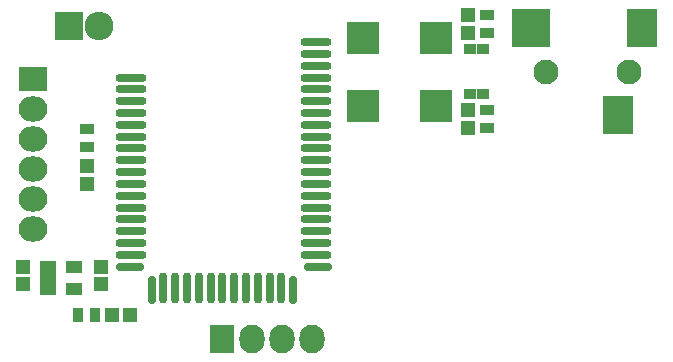
<source format=gts>
G04 #@! TF.FileFunction,Soldermask,Top*
%FSLAX46Y46*%
G04 Gerber Fmt 4.6, Leading zero omitted, Abs format (unit mm)*
G04 Created by KiCad (PCBNEW 4.0.2+e4-6225~38~ubuntu15.04.1-stable) date Mon 20 Jun 2016 12:15:46 AM PDT*
%MOMM*%
G01*
G04 APERTURE LIST*
%ADD10C,0.100000*%
%ADD11R,1.150000X1.200000*%
%ADD12R,2.770000X2.830000*%
%ADD13R,1.197560X1.197560*%
%ADD14R,1.000000X0.900000*%
%ADD15R,2.432000X2.127200*%
%ADD16O,2.432000X2.127200*%
%ADD17R,2.127200X2.432000*%
%ADD18O,2.127200X2.432000*%
%ADD19R,2.600000X3.200000*%
%ADD20R,3.200000X3.200000*%
%ADD21C,2.100000*%
%ADD22R,1.300000X0.900000*%
%ADD23R,0.900000X1.300000*%
%ADD24O,2.390000X0.740000*%
%ADD25O,2.640000X0.740000*%
%ADD26O,0.740000X2.390000*%
%ADD27O,0.740000X2.640000*%
%ADD28R,1.460000X1.050000*%
%ADD29R,2.432000X2.432000*%
%ADD30O,2.432000X2.432000*%
G04 APERTURE END LIST*
D10*
D11*
X108100000Y-100370000D03*
X108100000Y-101870000D03*
X114700000Y-100370000D03*
X114700000Y-101870000D03*
D12*
X143120000Y-81000000D03*
X136880000Y-81000000D03*
X143120000Y-86740000D03*
X136880000Y-86740000D03*
D11*
X145750000Y-87140000D03*
X145750000Y-88640000D03*
X145750000Y-79100000D03*
X145750000Y-80600000D03*
D13*
X113500000Y-93370000D03*
X113500000Y-91871400D03*
X117179300Y-104500000D03*
X115680700Y-104500000D03*
D14*
X146000000Y-81965000D03*
X147100000Y-81965000D03*
X147100000Y-85775000D03*
X146000000Y-85775000D03*
D15*
X109000000Y-84500000D03*
D16*
X109000000Y-87040000D03*
X109000000Y-89580000D03*
X109000000Y-92120000D03*
X109000000Y-94660000D03*
X109000000Y-97200000D03*
D17*
X125000000Y-106500000D03*
D18*
X127540000Y-106500000D03*
X130080000Y-106500000D03*
X132620000Y-106500000D03*
D19*
X160500000Y-80170000D03*
D20*
X151100000Y-80170000D03*
D21*
X159400000Y-83870000D03*
D19*
X158500000Y-87570000D03*
D21*
X152400000Y-83870000D03*
D22*
X113500000Y-90250000D03*
X113500000Y-88750000D03*
D23*
X114250000Y-104500000D03*
X112750000Y-104500000D03*
D22*
X147400000Y-79100000D03*
X147400000Y-80600000D03*
X147400000Y-87140000D03*
X147400000Y-88640000D03*
D24*
X117175000Y-100370000D03*
D25*
X117300000Y-99370000D03*
X117300000Y-98370000D03*
X117300000Y-97370000D03*
X117300000Y-96370000D03*
X117300000Y-95370000D03*
X117300000Y-94370000D03*
X117300000Y-93370000D03*
X117300000Y-92370000D03*
X117300000Y-91370000D03*
X117300000Y-90370000D03*
X117300000Y-89370000D03*
X117300000Y-88370000D03*
X117300000Y-87370000D03*
X117300000Y-86370000D03*
X117300000Y-85370000D03*
X117300000Y-84370000D03*
D24*
X133075000Y-100370000D03*
D25*
X132950000Y-99370000D03*
X132950000Y-98370000D03*
X132950000Y-97370000D03*
X132950000Y-96370000D03*
X132950000Y-95370000D03*
X132950000Y-94370000D03*
X132950000Y-93370000D03*
X132950000Y-92370000D03*
X132950000Y-91370000D03*
X132950000Y-90370000D03*
X132950000Y-89370000D03*
X132950000Y-88370000D03*
X132950000Y-87370000D03*
X132950000Y-86370000D03*
X132950000Y-85370000D03*
X132950000Y-84370000D03*
X132950000Y-83370000D03*
X132950000Y-82370000D03*
X132950000Y-81370000D03*
D26*
X119000000Y-102325000D03*
D27*
X120000000Y-102200000D03*
X121000000Y-102200000D03*
X122000000Y-102200000D03*
X123000000Y-102200000D03*
X124000000Y-102200000D03*
X125000000Y-102200000D03*
X126000000Y-102200000D03*
X127000000Y-102200000D03*
X128000000Y-102200000D03*
X129000000Y-102200000D03*
X130000000Y-102200000D03*
D26*
X131000000Y-102325000D03*
D28*
X110250000Y-100370000D03*
X110250000Y-101320000D03*
X110250000Y-102270000D03*
X112450000Y-102270000D03*
X112450000Y-100370000D03*
D29*
X112040000Y-80020000D03*
D30*
X114580000Y-80020000D03*
M02*

</source>
